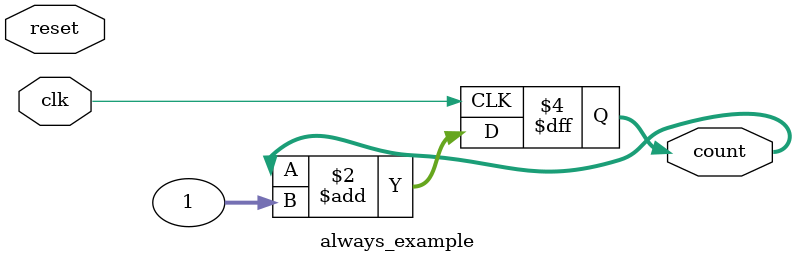
<source format=v>
`timescale 1 ns / 100 ps 

module always_example(clk, count, reset);
	input clk;
	input reset;
	output [31:0] count;
	reg [31:0] count;
   
   always @ (posedge clk)
	begin
		count <= #1 count + 1;
		$display("count L%d", $signed(count));
	end


initial begin
	count <=0;
	end

endmodule

</source>
